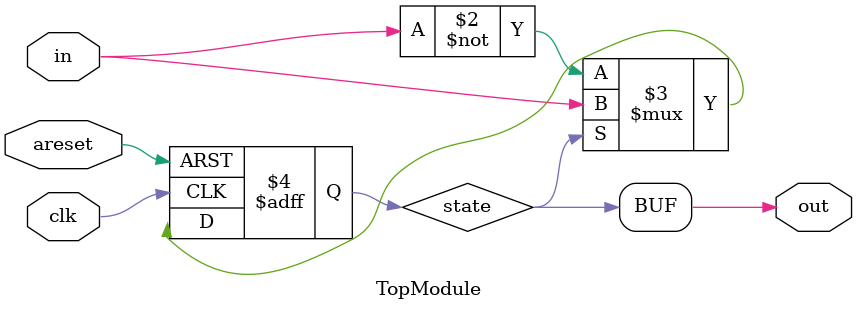
<source format=sv>

module TopModule (
  input clk,
  input in,
  input areset,
  output out
);
reg state;

always @(posedge clk or posedge areset) begin
    if (areset)
        state <= 1'b1;
    else
        state <= state ? in : ~in;
end

assign out = state;

endmodule

</source>
